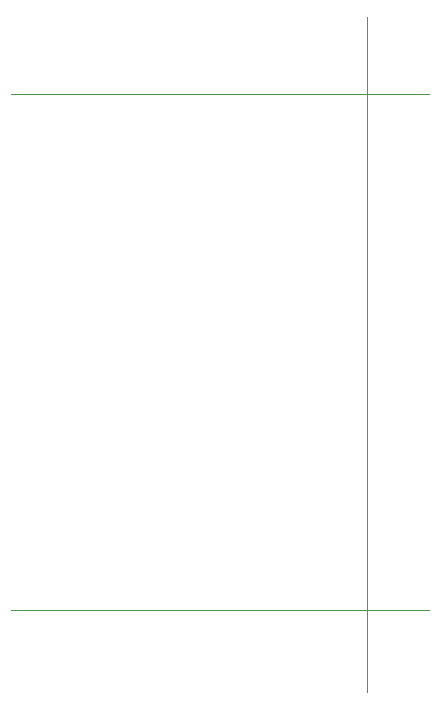
<source format=gm1>
G04 #@! TF.FileFunction,Other,ECO1*
%FSLAX46Y46*%
G04 Gerber Fmt 4.6, Leading zero omitted, Abs format (unit mm)*
G04 Created by KiCad (PCBNEW 4.0.4-stable) date 11/10/16 21:54:05*
%MOMM*%
%LPD*%
G01*
G04 APERTURE LIST*
%ADD10C,0.100000*%
G04 APERTURE END LIST*
D10*
X157220000Y-143500000D02*
X157220000Y-86390000D01*
X127100000Y-92900000D02*
X162496500Y-92900500D01*
X127100000Y-136600000D02*
X162500000Y-136600000D01*
M02*

</source>
